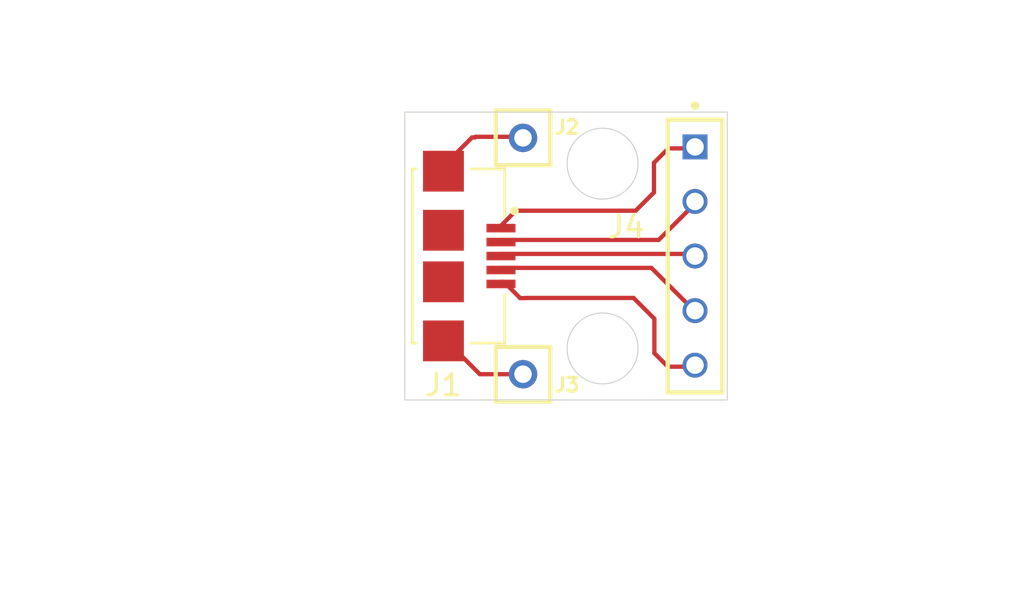
<source format=kicad_pcb>
(kicad_pcb (version 20240108) (generator "pcbnew") (generator_version "8.0")
  (title_block (title "MicroUSB2DIP") (date "2025-02-07") (rev "1.0") (company "AvelTek"))
  (layers (0 "F.Cu" signal) (31 "B.Cu" signal) (34 "B.Paste" user) (35 "F.Paste" user) (36 "B.SilkS" user "B.Silkscreen") (37 "F.SilkS" user "F.Silkscreen") (38 "B.Mask" user) (39 "F.Mask" user) (44 "Edge.Cuts" user))
  (net 0 "")
  (net 1 "Shield")
  (net 2 "IO")
  (net 3 "GND")
  (net 4 "D+")
  (net 5 "VCC")
  (net 6 "D-")
  (footprint "TS-101-X-A-1:SAMTEC_TS-101-X-A-1" (layer "F.Cu") (at 56.3 63)
    (property "Reference" "J3" (at 2.05 0.5 0) (layer "F.SilkS") (effects (font (size 0.64 0.64))))
    (property "Value" "TS-101-X-A-1")
    (fp_line (start -1.27 -1.27) (end 1.27 -1.27) (stroke (width 0.2)) (layer "F.SilkS"))
    (fp_line (start -1.27 1.27) (end -1.27 -1.27) (stroke (width 0.2)) (layer "F.SilkS"))
    (fp_line (start 1.27 -1.27) (end 1.27 1.27) (stroke (width 0.2)) (layer "F.SilkS"))
    (fp_line (start 1.27 1.27) (end -1.27 1.27) (stroke (width 0.2)) (layer "F.SilkS"))
    (pad "01" thru_hole circle (at 0 0) (size 1.3208 1.3208) (drill 0.8128) (layers "*.Cu" "*.Mask") (net 1 "Shield"))
  )
  (footprint "UJ2-MIBH-G-SMT-TR:CUI_UJ2-MIBH-G-SMT-TR" (layer "F.Cu") (at 52.6 57.5 -90)
    (property "Reference" "J1" (at 6 0 0) (layer "F.SilkS"))
    (property "Value" "UJ2-MIBH-G-SMT-TR")
    (fp_line (start -4.05 1.45) (end 4.05 1.45) (stroke (width 0.127)) (layer "F.SilkS"))
    (fp_line (start 4.05 1.45) (end 4.05 1.27) (stroke (width 0.127)) (layer "F.SilkS"))
    (fp_line (start -4.05 1.27) (end -4.05 1.45) (stroke (width 0.127)) (layer "F.SilkS"))
    (fp_line (start -4.05 -1.27) (end -4.05 -2.85) (stroke (width 0.127)) (layer "F.SilkS"))
    (fp_line (start -4.05 -2.85) (end -1.82 -2.85) (stroke (width 0.127)) (layer "F.SilkS"))
    (fp_line (start 1.82 -2.85) (end 4.05 -2.85) (stroke (width 0.127)) (layer "F.SilkS"))
    (fp_line (start 4.05 -2.85) (end 4.05 -1.27) (stroke (width 0.127)) (layer "F.SilkS"))
    (fp_circle (center -2.1 -3.3) (end -2 -3.3) (stroke (width 0.2)) (fill none) (layer "F.SilkS"))
    (pad "" np_thru_hole circle (at -2 -2.15 270) (size 0.55 0.55) (drill 0.55) (layers "*.Cu" "*.Mask"))
    (pad "" np_thru_hole circle (at 2 -2.15 270) (size 0.55 0.55) (drill 0.55) (layers "*.Cu" "*.Mask"))
    (pad "1" smd rect (at -1.3 -2.675 270) (size 0.4 1.35) (layers "F.Cu" "F.Paste" "F.Mask") (net 5 "VCC"))
    (pad "2" smd rect (at -0.65 -2.675 270) (size 0.4 1.35) (layers "F.Cu" "F.Paste" "F.Mask") (net 6 "D-"))
    (pad "3" smd rect (at 0 -2.675 270) (size 0.4 1.35) (layers "F.Cu" "F.Paste" "F.Mask") (net 4 "D+"))
    (pad "4" smd rect (at 0.65 -2.675 270) (size 0.4 1.35) (layers "F.Cu" "F.Paste" "F.Mask") (net 2 "IO"))
    (pad "5" smd rect (at 1.3 -2.675 270) (size 0.4 1.35) (layers "F.Cu" "F.Paste" "F.Mask") (net 3 "GND"))
    (pad "S1" smd rect (at -3.95 0 270) (size 1.9 1.9) (layers "F.Cu" "F.Paste" "F.Mask") (net 1 "Shield"))
    (pad "S2" smd rect (at -1.2 0 270) (size 1.9 1.9) (layers "F.Cu" "F.Paste" "F.Mask") (net 1 "Shield"))
    (pad "S3" smd rect (at 1.2 0 270) (size 1.9 1.9) (layers "F.Cu" "F.Paste" "F.Mask") (net 1 "Shield"))
    (pad "S4" smd rect (at 3.95 0 270) (size 1.9 1.9) (layers "F.Cu" "F.Paste" "F.Mask") (net 1 "Shield"))
  )
  (footprint "TS-105-T-A-1:SAMTEC_TS-105-T-A-1" (layer "F.Cu") (at 64.3 57.5 -90)
    (property "Reference" "J4" (at -1.35 3.2 0) (layer "F.SilkS"))
    (property "Value" "TS-105-T-A-1")
    (fp_line (start -6.35 1.27) (end -6.35 -1.27) (stroke (width 0.2)) (layer "F.SilkS"))
    (fp_line (start 6.35 1.27) (end -6.35 1.27) (stroke (width 0.2)) (layer "F.SilkS"))
    (fp_line (start 6.35 -1.27) (end 6.35 1.27) (stroke (width 0.2)) (layer "F.SilkS"))
    (fp_line (start 6.35 -1.27) (end -6.35 -1.27) (stroke (width 0.2)) (layer "F.SilkS"))
    (fp_circle (center -7 0) (end -6.9 0) (stroke (width 0.2)) (fill none) (layer "F.SilkS"))
    (pad "01" thru_hole rect (at -5.08 0 270) (size 1.1628 1.1628) (drill 0.8128) (layers "*.Cu" "*.Mask") (net 5 "VCC"))
    (pad "02" thru_hole circle (at -2.54 0 270) (size 1.1628 1.1628) (drill 0.8128) (layers "*.Cu" "*.Mask") (net 6 "D-"))
    (pad "03" thru_hole circle (at 0 0 270) (size 1.1628 1.1628) (drill 0.8128) (layers "*.Cu" "*.Mask") (net 4 "D+"))
    (pad "04" thru_hole circle (at 2.54 0 270) (size 1.1628 1.1628) (drill 0.8128) (layers "*.Cu" "*.Mask") (net 2 "IO"))
    (pad "05" thru_hole circle (at 5.08 0 270) (size 1.1628 1.1628) (drill 0.8128) (layers "*.Cu" "*.Mask") (net 3 "GND"))
  )
  (footprint "TS-101-X-A-1:SAMTEC_TS-101-X-A-1" (layer "F.Cu") (at 56.3 52)
    (property "Reference" "J2" (at 2.05 -0.5 0) (layer "F.SilkS") (effects (font (size 0.64 0.64))))
    (property "Value" "TS-101-X-A-1")
    (fp_line (start -1.27 -1.27) (end 1.27 -1.27) (stroke (width 0.2)) (layer "F.SilkS"))
    (fp_line (start -1.27 1.27) (end -1.27 -1.27) (stroke (width 0.2)) (layer "F.SilkS"))
    (fp_line (start 1.27 -1.27) (end 1.27 1.27) (stroke (width 0.2)) (layer "F.SilkS"))
    (fp_line (start 1.27 1.27) (end -1.27 1.27) (stroke (width 0.2)) (layer "F.SilkS"))
    (pad "01" thru_hole circle (at 0 0) (size 1.3208 1.3208) (drill 0.8128) (layers "*.Cu" "*.Mask") (net 1 "Shield"))
  )
  (gr_rect (start 50.8 50.8) (end 65.8 64.2) (stroke (width 0.05)) (fill none) (layer "Edge.Cuts"))
  (gr_circle (center 60 53.2) (end 61.65 53.2) (stroke (width 0.05)) (fill none) (layer "Edge.Cuts"))
  (gr_circle (center 60 61.8) (end 61.65 61.8) (stroke (width 0.05)) (fill none) (layer "Edge.Cuts"))
  (segment (start 54.06 51.98) (end 54.09 51.95) (width 0.2) (layer "F.Cu") (net 1))
  (segment (start 52.585 53.45) (end 52.585 53.325) (width 0.2) (layer "F.Cu") (net 1))
  (segment (start 52.585 61.35) (end 52.64 61.35) (width 0.2) (layer "F.Cu") (net 1))
  (segment (start 52.64 61.35) (end 54.29 63) (width 0.2) (layer "F.Cu") (net 1))
  (segment (start 52.585 53.325) (end 53.93 51.98) (width 0.2) (layer "F.Cu") (net 1))
  (segment (start 54.09 51.95) (end 56.33 51.95) (width 0.2) (layer "F.Cu") (net 1))
  (segment (start 53.93 51.98) (end 54.06 51.98) (width 0.2) (layer "F.Cu") (net 1))
  (segment (start 54.29 63) (end 56.28 63) (width 0.2) (layer "F.Cu") (net 1))
  (segment (start 62.27 58.05) (end 64.33 60.11) (width 0.2) (layer "F.Cu") (net 2))
  (segment (start 55.26 58.05) (end 62.27 58.05) (width 0.2) (layer "F.Cu") (net 2))
  (segment (start 56.41 59.46) (end 56.42 59.45) (width 0.2) (layer "F.Cu") (net 3))
  (segment (start 62.41 62.02) (end 63.04 62.65) (width 0.2) (layer "F.Cu") (net 3))
  (segment (start 55.41 58.7) (end 56.17 59.46) (width 0.2) (layer "F.Cu") (net 3))
  (segment (start 62.41 60.42) (end 62.41 62.02) (width 0.2) (layer "F.Cu") (net 3))
  (segment (start 55.26 58.7) (end 55.41 58.7) (width 0.2) (layer "F.Cu") (net 3))
  (segment (start 63.04 62.65) (end 64.33 62.65) (width 0.2) (layer "F.Cu") (net 3))
  (segment (start 61.44 59.45) (end 62.41 60.42) (width 0.2) (layer "F.Cu") (net 3))
  (segment (start 56.42 59.45) (end 61.44 59.45) (width 0.2) (layer "F.Cu") (net 3))
  (segment (start 56.17 59.46) (end 56.41 59.46) (width 0.2) (layer "F.Cu") (net 3))
  (segment (start 55.26 57.4) (end 64.16 57.4) (width 0.2) (layer "F.Cu") (net 4))
  (segment (start 64.16 57.4) (end 64.33 57.57) (width 0.2) (layer "F.Cu") (net 4))
  (segment (start 55.26 56.1) (end 55.97 55.39) (width 0.2) (layer "F.Cu") (net 5))
  (segment (start 55.97 55.39) (end 61.54 55.39) (width 0.2) (layer "F.Cu") (net 5))
  (segment (start 61.54 55.39) (end 62.39 54.54) (width 0.2) (layer "F.Cu") (net 5))
  (segment (start 62.39 54.54) (end 62.39 53.16) (width 0.2) (layer "F.Cu") (net 5))
  (segment (start 62.39 53.16) (end 63.06 52.49) (width 0.2) (layer "F.Cu") (net 5))
  (segment (start 63.06 52.49) (end 64.33 52.49) (width 0.2) (layer "F.Cu") (net 5))
  (segment (start 55.26 56.75) (end 62.61 56.75) (width 0.2) (layer "F.Cu") (net 6))
  (segment (start 62.61 56.75) (end 64.33 55.03) (width 0.2) (layer "F.Cu") (net 6))
)
</source>
